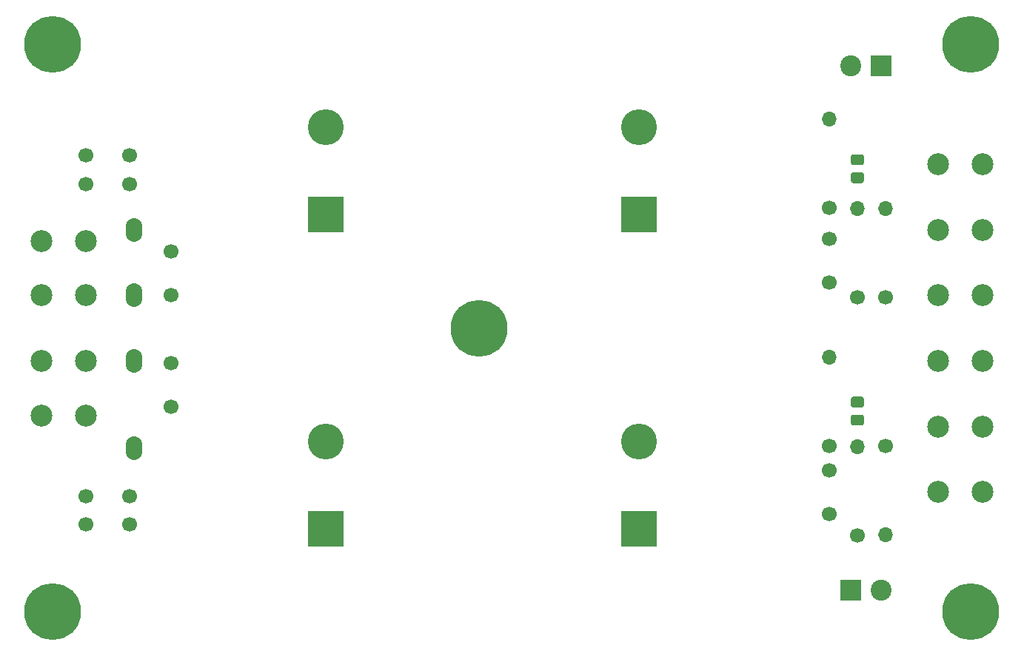
<source format=gbr>
%TF.GenerationSoftware,KiCad,Pcbnew,(5.1.6-0)*%
%TF.CreationDate,2024-01-06T09:56:17-08:00*%
%TF.ProjectId,psu_4caps,7073755f-3463-4617-9073-2e6b69636164,rev?*%
%TF.SameCoordinates,Original*%
%TF.FileFunction,Soldermask,Top*%
%TF.FilePolarity,Negative*%
%FSLAX46Y46*%
G04 Gerber Fmt 4.6, Leading zero omitted, Abs format (unit mm)*
G04 Created by KiCad (PCBNEW (5.1.6-0)) date 2024-01-06 09:56:17*
%MOMM*%
%LPD*%
G01*
G04 APERTURE LIST*
%ADD10C,0.900000*%
%ADD11C,6.500000*%
%ADD12C,4.100000*%
%ADD13R,4.100000X4.100000*%
%ADD14C,1.700000*%
%ADD15C,2.500000*%
%ADD16C,2.400000*%
%ADD17R,2.400000X2.400000*%
%ADD18O,1.700000X1.700000*%
%ADD19O,1.900000X2.700000*%
G04 APERTURE END LIST*
D10*
%TO.C,H5*%
X79197056Y-93302944D03*
X77500000Y-92600000D03*
X75802944Y-93302944D03*
X75100000Y-95000000D03*
X75802944Y-96697056D03*
X77500000Y-97400000D03*
X79197056Y-96697056D03*
X79900000Y-95000000D03*
D11*
X77500000Y-95000000D03*
%TD*%
D12*
%TO.C,C10*%
X95750000Y-72000000D03*
D13*
X95750000Y-82000000D03*
%TD*%
D12*
%TO.C,C9*%
X95750000Y-108000000D03*
D13*
X95750000Y-118000000D03*
%TD*%
D12*
%TO.C,C8*%
X60000000Y-72000000D03*
D13*
X60000000Y-82000000D03*
%TD*%
D12*
%TO.C,C7*%
X60000000Y-108000000D03*
D13*
X60000000Y-118000000D03*
%TD*%
D14*
%TO.C,C6*%
X42250000Y-99000000D03*
X42250000Y-104000000D03*
%TD*%
%TO.C,C5*%
X37500000Y-114250000D03*
X32500000Y-114250000D03*
%TD*%
%TO.C,C4*%
X32500000Y-78500000D03*
X37500000Y-78500000D03*
%TD*%
%TO.C,C3*%
X42250000Y-86250000D03*
X42250000Y-91250000D03*
%TD*%
D15*
%TO.C,J12*%
X135040000Y-83750000D03*
X129960000Y-83750000D03*
%TD*%
%TO.C,J11*%
X135040000Y-76250000D03*
X129960000Y-76250000D03*
%TD*%
%TO.C,J10*%
X135040000Y-98750000D03*
X129960000Y-98750000D03*
%TD*%
%TO.C,J9*%
X135040000Y-91250000D03*
X129960000Y-91250000D03*
%TD*%
%TO.C,J8*%
X135040000Y-106250000D03*
X129960000Y-106250000D03*
%TD*%
%TO.C,J7*%
X135040000Y-113750000D03*
X129960000Y-113750000D03*
%TD*%
%TO.C,J4*%
X32540000Y-85000000D03*
X27460000Y-85000000D03*
%TD*%
%TO.C,J3*%
X32540000Y-98750000D03*
X27460000Y-98750000D03*
%TD*%
%TO.C,J2*%
X32540000Y-91250000D03*
X27460000Y-91250000D03*
%TD*%
%TO.C,J1*%
X32540000Y-105000000D03*
X27460000Y-105000000D03*
%TD*%
D14*
%TO.C,C2*%
X37500000Y-75250000D03*
X32500000Y-75250000D03*
%TD*%
%TO.C,C1*%
X37500000Y-117500000D03*
X32500000Y-117500000D03*
%TD*%
D10*
%TO.C,H4*%
X135447056Y-125802944D03*
X133750000Y-125100000D03*
X132052944Y-125802944D03*
X131350000Y-127500000D03*
X132052944Y-129197056D03*
X133750000Y-129900000D03*
X135447056Y-129197056D03*
X136150000Y-127500000D03*
D11*
X133750000Y-127500000D03*
%TD*%
D10*
%TO.C,H3*%
X135447056Y-60802944D03*
X133750000Y-60100000D03*
X132052944Y-60802944D03*
X131350000Y-62500000D03*
X132052944Y-64197056D03*
X133750000Y-64900000D03*
X135447056Y-64197056D03*
X136150000Y-62500000D03*
D11*
X133750000Y-62500000D03*
%TD*%
D10*
%TO.C,H2*%
X30447056Y-60802944D03*
X28750000Y-60100000D03*
X27052944Y-60802944D03*
X26350000Y-62500000D03*
X27052944Y-64197056D03*
X28750000Y-64900000D03*
X30447056Y-64197056D03*
X31150000Y-62500000D03*
D11*
X28750000Y-62500000D03*
%TD*%
D10*
%TO.C,H1*%
X30447056Y-125802944D03*
X28750000Y-125100000D03*
X27052944Y-125802944D03*
X26350000Y-127500000D03*
X27052944Y-129197056D03*
X28750000Y-129900000D03*
X30447056Y-129197056D03*
X31150000Y-127500000D03*
D11*
X28750000Y-127500000D03*
%TD*%
D16*
%TO.C,J6*%
X120000000Y-65000000D03*
D17*
X123500000Y-65000000D03*
%TD*%
D16*
%TO.C,J5*%
X123500000Y-125000000D03*
D17*
X120000000Y-125000000D03*
%TD*%
D18*
%TO.C,R6*%
X120750000Y-81340000D03*
D14*
X120750000Y-91500000D03*
%TD*%
D18*
%TO.C,R5*%
X120750000Y-108590000D03*
D14*
X120750000Y-118750000D03*
%TD*%
D18*
%TO.C,R4*%
X124000000Y-81340000D03*
D14*
X124000000Y-91500000D03*
%TD*%
D18*
%TO.C,R3*%
X124000000Y-118660000D03*
D14*
X124000000Y-108500000D03*
%TD*%
D18*
%TO.C,R2*%
X117500000Y-71090000D03*
D14*
X117500000Y-81250000D03*
%TD*%
D18*
%TO.C,R1*%
X117500000Y-98340000D03*
D14*
X117500000Y-108500000D03*
%TD*%
%TO.C,D3*%
G36*
G01*
X121228262Y-76350000D02*
X120271738Y-76350000D01*
G75*
G02*
X120000000Y-76078262I0J271738D01*
G01*
X120000000Y-75371738D01*
G75*
G02*
X120271738Y-75100000I271738J0D01*
G01*
X121228262Y-75100000D01*
G75*
G02*
X121500000Y-75371738I0J-271738D01*
G01*
X121500000Y-76078262D01*
G75*
G02*
X121228262Y-76350000I-271738J0D01*
G01*
G37*
G36*
G01*
X121228262Y-78400000D02*
X120271738Y-78400000D01*
G75*
G02*
X120000000Y-78128262I0J271738D01*
G01*
X120000000Y-77421738D01*
G75*
G02*
X120271738Y-77150000I271738J0D01*
G01*
X121228262Y-77150000D01*
G75*
G02*
X121500000Y-77421738I0J-271738D01*
G01*
X121500000Y-78128262D01*
G75*
G02*
X121228262Y-78400000I-271738J0D01*
G01*
G37*
%TD*%
%TO.C,D2*%
G36*
G01*
X121228262Y-104100000D02*
X120271738Y-104100000D01*
G75*
G02*
X120000000Y-103828262I0J271738D01*
G01*
X120000000Y-103121738D01*
G75*
G02*
X120271738Y-102850000I271738J0D01*
G01*
X121228262Y-102850000D01*
G75*
G02*
X121500000Y-103121738I0J-271738D01*
G01*
X121500000Y-103828262D01*
G75*
G02*
X121228262Y-104100000I-271738J0D01*
G01*
G37*
G36*
G01*
X121228262Y-106150000D02*
X120271738Y-106150000D01*
G75*
G02*
X120000000Y-105878262I0J271738D01*
G01*
X120000000Y-105171738D01*
G75*
G02*
X120271738Y-104900000I271738J0D01*
G01*
X121228262Y-104900000D01*
G75*
G02*
X121500000Y-105171738I0J-271738D01*
G01*
X121500000Y-105878262D01*
G75*
G02*
X121228262Y-106150000I-271738J0D01*
G01*
G37*
%TD*%
D19*
%TO.C,D1*%
X38000000Y-83750000D03*
X38000000Y-91250000D03*
X38000000Y-98750000D03*
X38000000Y-108750000D03*
%TD*%
D14*
%TO.C,C12*%
X117500000Y-84750000D03*
X117500000Y-89750000D03*
%TD*%
%TO.C,C11*%
X117500000Y-111250000D03*
X117500000Y-116250000D03*
%TD*%
M02*

</source>
